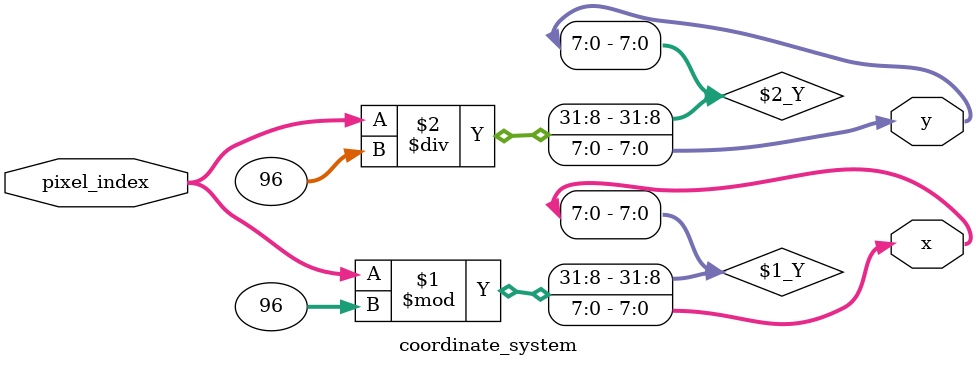
<source format=v>
`timescale 1ns / 1ps


module coordinate_system(input [12:0] pixel_index, output [7:0] x, output [7:0] y);

    assign x = pixel_index%96;
    assign y = pixel_index/96;
   
endmodule

</source>
